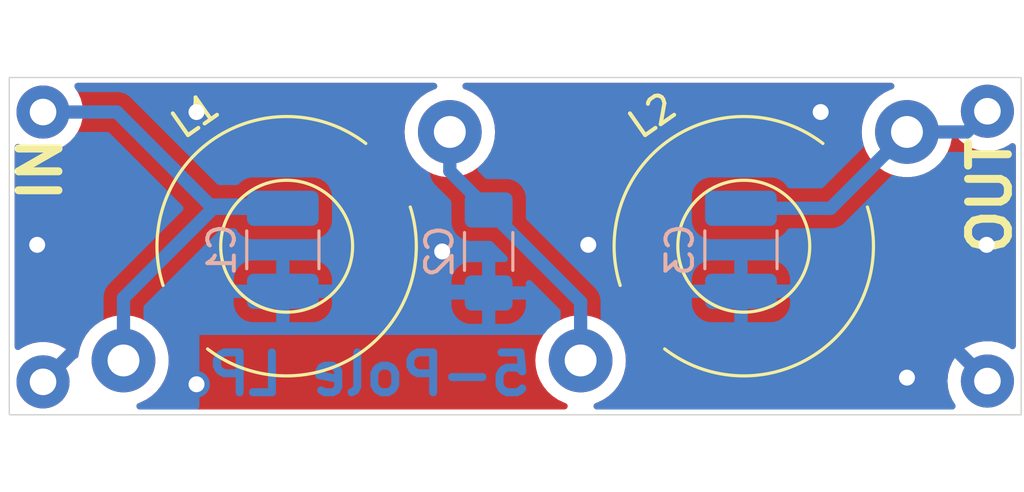
<source format=kicad_pcb>
(kicad_pcb (version 20240108) (generator "pcbnew") (generator_version "8.0")
  (layers (0 "F.Cu" signal) (31 "B.Cu" signal) (34 "B.Paste" user) (35 "F.Paste" user) (36 "B.SilkS" user "B.Silkscreen") (37 "F.SilkS" user "F.Silkscreen") (38 "B.Mask" user) (39 "F.Mask" user) (44 "Edge.Cuts" user))
  (net 0 "")
  (net 1 "IN")
  (net 2 "GND")
  (net 3 "OUT")
  (net 4 "Net-(C1-Pad1)")
  (net 5 "Net-(C2-Pad1)")
  (net 6 "Net-(C3-Pad1)")
  (footprint "Filters:FilterConn02" (layer "F.Cu") (at 113.03 82.55)
    (property "Reference" "REF**" (hide yes))
    (property "Value" "FilterConn02" (hide yes))
    (pad "3" thru_hole circle (at 0 -5.08) (size 2 2) (drill 1) (layers "*.Cu" "*.Mask") (net 3 "OUT"))
    (pad "4" thru_hole circle (at 0 5.08) (size 2 2) (drill 1) (layers "*.Cu" "*.Mask") (net 2 "GND"))
  )
  (footprint "Inductor_THT:L_Toroid_Horizontal_D9.5mm_P15.00mm_Diameter10-5mm_Amidon-T37" (layer "F.Cu") (at 97.712719 86.853647 35)
    (property "Reference" "L2" (at 7.5 -6.0125 35) (layer "F.SilkS"))
    (property "Value" "1.2uH")
    (fp_arc (start 2.840901 -1.46) (mid 7.5 -4.882499) (end 12.159099 -1.46) (stroke (width 0.12)) (layer "F.SilkS"))
    (fp_arc (start 12.159099 1.46) (mid 7.5 4.8825) (end 2.840901 1.46) (stroke (width 0.12)) (layer "F.SilkS"))
    (fp_circle (center 7.5 0) (end 9.983499 0) (stroke (width 0.12)) (fill none) (layer "F.SilkS"))
    (pad "1" thru_hole circle (at 0 0 35) (size 2.4 2.4) (drill 1.2) (layers "*.Cu" "*.Mask") (net 5 "Net-(C2-Pad1)"))
    (pad "2" thru_hole circle (at 15.000001 0 35) (size 2.4 2.4) (drill 1.2) (layers "*.Cu" "*.Mask") (net 6 "Net-(C3-Pad1)"))
  )
  (footprint "Filters:FilterConn02" (layer "F.Cu") (at 77.47 82.58)
    (property "Reference" "J1" (hide yes))
    (property "Value" "FilterConn02" (hide yes))
    (pad "1" thru_hole circle (at 0 -5.08) (size 2 2) (drill 1) (layers "*.Cu" "*.Mask") (net 1 "IN"))
    (pad "2" thru_hole circle (at 0 5.08) (size 2 2) (drill 1) (layers "*.Cu" "*.Mask") (net 2 "GND"))
  )
  (footprint "Inductor_THT:L_Toroid_Horizontal_D9.5mm_P15.00mm_Diameter10-5mm_Amidon-T37" (layer "F.Cu") (at 80.5 86.853646 35)
    (property "Reference" "L1" (at 7.499999 -6.012501 35) (layer "F.SilkS"))
    (property "Value" "1.2uH")
    (fp_arc (start 2.840901 -1.46) (mid 7.5 -4.882499) (end 12.159099 -1.46) (stroke (width 0.12)) (layer "F.SilkS"))
    (fp_arc (start 12.159098 1.46) (mid 7.5 4.8825) (end 2.840901 1.46) (stroke (width 0.12)) (layer "F.SilkS"))
    (fp_circle (center 7.5 0) (end 9.983501 0) (stroke (width 0.12)) (fill none) (layer "F.SilkS"))
    (pad "1" thru_hole circle (at 0 0 35) (size 2.4 2.4) (drill 1.2) (layers "*.Cu" "*.Mask") (net 4 "Net-(C1-Pad1)"))
    (pad "2" thru_hole circle (at 15 0.000001 35) (size 2.4 2.4) (drill 1.2) (layers "*.Cu" "*.Mask") (net 5 "Net-(C2-Pad1)"))
  )
  (footprint "Capacitor_SMD:C_1210_3225Metric_Pad1.33x2.70mm_HandSolder" (layer "B.Cu") (at 86.5 82.6875 -90)
    (property "Reference" "C1" (at 0 2.3 90) (layer "B.SilkS") (effects (justify mirror)))
    (property "Value" "1000pF")
    (fp_line (start 0.711252 1.36) (end -0.711252 1.36) (stroke (width 0.12)) (layer "B.SilkS"))
    (fp_line (start 0.711252 -1.36) (end -0.711252 -1.36) (stroke (width 0.12)) (layer "B.SilkS"))
    (pad "1" smd roundrect (at -1.5625 0 270) (size 1.325 2.7) (layers "B.Cu" "B.Paste" "B.Mask") (roundrect_rratio 0.188679) (net 4 "Net-(C1-Pad1)"))
    (pad "2" smd roundrect (at 1.5625 0 270) (size 1.325 2.7) (layers "B.Cu" "B.Paste" "B.Mask") (roundrect_rratio 0.188679) (net 2 "GND"))
  )
  (footprint "Capacitor_SMD:C_1210_3225Metric_Pad1.33x2.70mm_HandSolder" (layer "B.Cu") (at 103.75 82.6875 -90)
    (property "Reference" "C3" (at 0 2.3 90) (layer "B.SilkS") (effects (justify mirror)))
    (property "Value" "1000pF")
    (fp_line (start 0.711252 1.36) (end -0.711252 1.36) (stroke (width 0.12)) (layer "B.SilkS"))
    (fp_line (start 0.711252 -1.36) (end -0.711252 -1.36) (stroke (width 0.12)) (layer "B.SilkS"))
    (pad "1" smd roundrect (at -1.5625 0 270) (size 1.325 2.7) (layers "B.Cu" "B.Paste" "B.Mask") (roundrect_rratio 0.188679) (net 6 "Net-(C3-Pad1)"))
    (pad "2" smd roundrect (at 1.5625 0 270) (size 1.325 2.7) (layers "B.Cu" "B.Paste" "B.Mask") (roundrect_rratio 0.188679) (net 2 "GND"))
  )
  (footprint "Capacitor_SMD:C_1206_3216Metric_Pad1.33x1.80mm_HandSolder" (layer "B.Cu") (at 94.25 82.75 -90)
    (property "Reference" "C2" (at 0 1.85 90) (layer "B.SilkS") (effects (justify mirror)))
    (property "Value" "1300pf")
    (fp_line (start 0.711252 0.91) (end -0.711252 0.91) (stroke (width 0.12)) (layer "B.SilkS"))
    (fp_line (start 0.711252 -0.91) (end -0.711252 -0.91) (stroke (width 0.12)) (layer "B.SilkS"))
    (pad "1" smd roundrect (at -1.5625 0 270) (size 1.325 1.8) (layers "B.Cu" "B.Paste" "B.Mask") (roundrect_rratio 0.188679) (net 5 "Net-(C2-Pad1)"))
    (pad "2" smd roundrect (at 1.5625 0 270) (size 1.325 1.8) (layers "B.Cu" "B.Paste" "B.Mask") (roundrect_rratio 0.188679) (net 2 "GND"))
  )
  (gr_rect (start 76.2 76.2) (end 114.3 88.9) (stroke (width 0.05)) (fill none) (layer "Edge.Cuts"))
  (gr_text "5-Pole LP" (at 96 88.25 0) (layer "B.Cu") (effects (font (size 1.5 1.5) (thickness 0.3) (bold yes)) (justify left bottom mirror)))
  (gr_text "OUT" (at 114 83 90) (layer "F.SilkS") (effects (font (size 1.5 1.5) (thickness 0.3) (bold yes)) (justify left bottom)))
  (gr_text "IN" (at 78.25 81 90) (layer "F.SilkS") (effects (font (size 1.5 1.5) (thickness 0.3) (bold yes)) (justify left bottom)))
  (segment (start 77.47 77.5) (end 80.25 77.5) (width 0.5) (layer "B.Cu") (net 1))
  (segment (start 83.75 81) (end 85.5 81) (width 0.5) (layer "B.Cu") (net 1))
  (segment (start 80.25 77.5) (end 83.75 81) (width 0.5) (layer "B.Cu") (net 1))
  (segment (start 113.03 87.63) (end 112.522 87.63) (width 0.5) (layer "F.Cu") (net 2))
  (segment (start 77.724 87.884) (end 77.47 87.63) (width 0.3) (layer "F.Cu") (net 2))
  (via (at 113 82.5) (size 1) (drill 0.6) (layers "F.Cu" "B.Cu") (net 2))
  (via (at 83.25 87.75) (size 1) (drill 0.6) (layers "F.Cu" "B.Cu") (net 2))
  (via (at 98 82.5) (size 1) (drill 0.6) (layers "F.Cu" "B.Cu") (net 2))
  (via (at 77.25 82.5) (size 1) (drill 0.6) (layers "F.Cu" "B.Cu") (net 2))
  (via (at 106.75 77.5) (size 1) (drill 0.6) (layers "F.Cu" "B.Cu") (net 2))
  (via (at 110 87.5) (size 1) (drill 0.6) (layers "F.Cu" "B.Cu") (net 2))
  (via (at 92.5 82.75) (size 1) (drill 0.6) (layers "F.Cu" "B.Cu") (net 2))
  (via (at 83.25 77.5) (size 1) (drill 0.6) (layers "F.Cu" "B.Cu") (net 2))
  (segment (start 103.75 84.25) (end 109.65 84.25) (width 0.5) (layer "B.Cu") (net 2))
  (segment (start 86.5 84.25) (end 94.1875 84.25) (width 0.5) (layer "B.Cu") (net 2))
  (segment (start 94.1875 84.25) (end 94.25 84.3125) (width 0.5) (layer "B.Cu") (net 2))
  (segment (start 109.65 84.25) (end 113.03 87.63) (width 0.5) (layer "B.Cu") (net 2))
  (segment (start 113.03 77.47) (end 112.25 78.25) (width 0.5) (layer "B.Cu") (net 3))
  (segment (start 112.25 78.25) (end 110 78.25) (width 0.5) (layer "B.Cu") (net 3))
  (segment (start 113.03 77.47) (end 113 77.5) (width 0.5) (layer "B.Cu") (net 3))
  (segment (start 80.5 84.5) (end 83.875 81.125) (width 0.5) (layer "B.Cu") (net 4))
  (segment (start 83.875 81.125) (end 86.5 81.125) (width 0.5) (layer "B.Cu") (net 4))
  (segment (start 80.5 86.853646) (end 80.5 84.5) (width 0.5) (layer "B.Cu") (net 4))
  (segment (start 97.712719 84.650219) (end 94.25 81.1875) (width 0.5) (layer "B.Cu") (net 5))
  (segment (start 92.787281 78.25) (end 92.787281 79.724781) (width 0.5) (layer "B.Cu") (net 5))
  (segment (start 92.787281 79.724781) (end 94.25 81.1875) (width 0.5) (layer "B.Cu") (net 5))
  (segment (start 97.712719 86.853647) (end 97.712719 84.650219) (width 0.5) (layer "B.Cu") (net 5))
  (segment (start 103.75 81.125) (end 107.125 81.125) (width 0.5) (layer "B.Cu") (net 6))
  (segment (start 107.125 81.125) (end 110 78.25) (width 0.5) (layer "B.Cu") (net 6))
  (segment (start 110 78.25) (end 110.25 78.25) (width 0.5) (layer "B.Cu") (net 6))
  (segment (start 109.472183 79.027817) (end 109.222182 79.027817) (width 0.5) (layer "B.Cu") (net 6))
  (zone (net 2) (net_name "GND") (layer "F.Cu") (connect_pads (clearance 0.5)) (min_thickness 0.25) (fill yes (thermal_gap 0.5) (thermal_bridge_width 0.5))
    (polygon (pts (xy 76.2 76.2) (xy 114.3 76.2) (xy 114.3 88.9) (xy 76.2 88.9)))
  )
  (zone (net 2) (net_name "GND") (layer "B.Cu") (priority 1) (connect_pads (clearance 0.5)) (min_thickness 0.25) (fill yes (thermal_gap 0.5) (thermal_bridge_width 0.5))
    (polygon (pts (xy 76.2 76.2) (xy 114.3 76.2) (xy 114.3 88.9) (xy 76.2 88.9) (xy 76.2 75.946)))
  )
)
</source>
